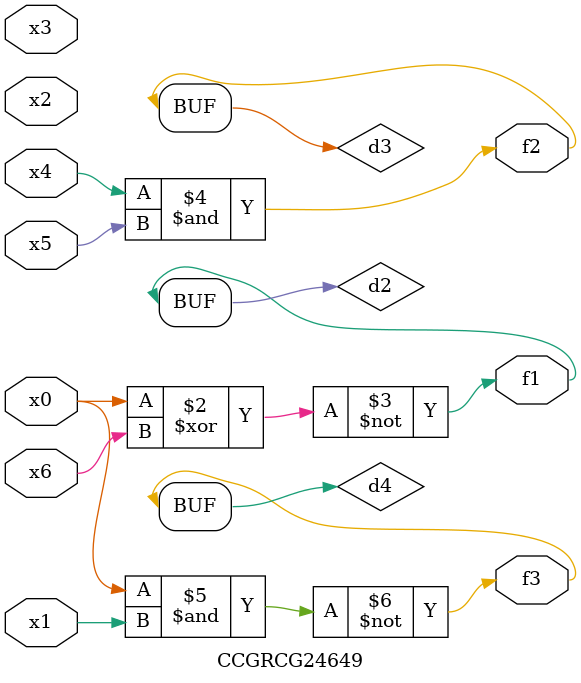
<source format=v>
module CCGRCG24649(
	input x0, x1, x2, x3, x4, x5, x6,
	output f1, f2, f3
);

	wire d1, d2, d3, d4;

	nor (d1, x0);
	xnor (d2, x0, x6);
	and (d3, x4, x5);
	nand (d4, x0, x1);
	assign f1 = d2;
	assign f2 = d3;
	assign f3 = d4;
endmodule

</source>
